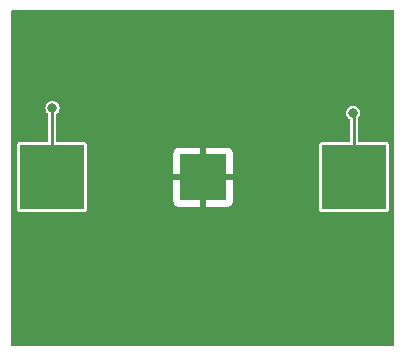
<source format=gbr>
%TF.GenerationSoftware,KiCad,Pcbnew,(6.0.11)*%
%TF.CreationDate,2023-09-04T13:57:39-04:00*%
%TF.ProjectId,BlinkyProject,426c696e-6b79-4507-926f-6a6563742e6b,rev?*%
%TF.SameCoordinates,Original*%
%TF.FileFunction,Copper,L2,Bot*%
%TF.FilePolarity,Positive*%
%FSLAX46Y46*%
G04 Gerber Fmt 4.6, Leading zero omitted, Abs format (unit mm)*
G04 Created by KiCad (PCBNEW (6.0.11)) date 2023-09-04 13:57:39*
%MOMM*%
%LPD*%
G01*
G04 APERTURE LIST*
%TA.AperFunction,SMDPad,CuDef*%
%ADD10R,5.500000X5.500000*%
%TD*%
%TA.AperFunction,SMDPad,CuDef*%
%ADD11R,4.000000X4.000000*%
%TD*%
%TA.AperFunction,ViaPad*%
%ADD12C,0.800000*%
%TD*%
%TA.AperFunction,Conductor*%
%ADD13C,0.250000*%
%TD*%
G04 APERTURE END LIST*
D10*
%TO.P,BT1,1,+*%
%TO.N,/VDD*%
X153475000Y-121005000D03*
X179075000Y-121005000D03*
D11*
%TO.P,BT1,2,-*%
%TO.N,GND*%
X166275000Y-121005000D03*
%TD*%
D12*
%TO.N,/VDD*%
X153525000Y-115155000D03*
X178975000Y-115555000D03*
%TO.N,GND*%
X159525000Y-128955000D03*
X163775000Y-116805000D03*
X159525000Y-114405000D03*
%TD*%
D13*
%TO.N,/VDD*%
X153475000Y-115205000D02*
X153525000Y-115155000D01*
X179075000Y-115655000D02*
X178975000Y-115555000D01*
X153475000Y-121005000D02*
X153475000Y-115205000D01*
X179075000Y-121005000D02*
X179075000Y-115655000D01*
%TD*%
%TA.AperFunction,Conductor*%
%TO.N,GND*%
G36*
X182417539Y-106875185D02*
G01*
X182463294Y-106927989D01*
X182474500Y-106979500D01*
X182474500Y-135180500D01*
X182454815Y-135247539D01*
X182402011Y-135293294D01*
X182350500Y-135304500D01*
X150149500Y-135304500D01*
X150082461Y-135284815D01*
X150036706Y-135232011D01*
X150025500Y-135180500D01*
X150025500Y-123774748D01*
X150524500Y-123774748D01*
X150536133Y-123833231D01*
X150580448Y-123899552D01*
X150646769Y-123943867D01*
X150658745Y-123946249D01*
X150658747Y-123946250D01*
X150677326Y-123949945D01*
X150705252Y-123955500D01*
X156244748Y-123955500D01*
X156272674Y-123949945D01*
X156291253Y-123946250D01*
X156291255Y-123946249D01*
X156303231Y-123943867D01*
X156369552Y-123899552D01*
X156413867Y-123833231D01*
X156425500Y-123774748D01*
X176124500Y-123774748D01*
X176136133Y-123833231D01*
X176180448Y-123899552D01*
X176246769Y-123943867D01*
X176258745Y-123946249D01*
X176258747Y-123946250D01*
X176277326Y-123949945D01*
X176305252Y-123955500D01*
X181844748Y-123955500D01*
X181872674Y-123949945D01*
X181891253Y-123946250D01*
X181891255Y-123946249D01*
X181903231Y-123943867D01*
X181969552Y-123899552D01*
X182013867Y-123833231D01*
X182025500Y-123774748D01*
X182025500Y-118235252D01*
X182013867Y-118176769D01*
X181969552Y-118110448D01*
X181903231Y-118066133D01*
X181891255Y-118063751D01*
X181891253Y-118063750D01*
X181872674Y-118060055D01*
X181844748Y-118054500D01*
X179524500Y-118054500D01*
X179457461Y-118034815D01*
X179411706Y-117982011D01*
X179400500Y-117930500D01*
X179400500Y-116029000D01*
X179420185Y-115961961D01*
X179426124Y-115953514D01*
X179494589Y-115864288D01*
X179499536Y-115857841D01*
X179502646Y-115850333D01*
X179556934Y-115719271D01*
X179556935Y-115719269D01*
X179560044Y-115711762D01*
X179580682Y-115555000D01*
X179560044Y-115398238D01*
X179524225Y-115311762D01*
X179502646Y-115259667D01*
X179499536Y-115252159D01*
X179431167Y-115163059D01*
X179408229Y-115133165D01*
X179403282Y-115126718D01*
X179277841Y-115030464D01*
X179200041Y-114998238D01*
X179139271Y-114973066D01*
X179139269Y-114973065D01*
X179131762Y-114969956D01*
X178975000Y-114949318D01*
X178818238Y-114969956D01*
X178810731Y-114973065D01*
X178810729Y-114973066D01*
X178749959Y-114998238D01*
X178672159Y-115030464D01*
X178546718Y-115126718D01*
X178541771Y-115133165D01*
X178518833Y-115163059D01*
X178450464Y-115252159D01*
X178447354Y-115259667D01*
X178425776Y-115311762D01*
X178389956Y-115398238D01*
X178369318Y-115555000D01*
X178389956Y-115711762D01*
X178393065Y-115719269D01*
X178393066Y-115719271D01*
X178447354Y-115850333D01*
X178450464Y-115857841D01*
X178546718Y-115983282D01*
X178672159Y-116079536D01*
X178679667Y-116082646D01*
X178686706Y-116086710D01*
X178685037Y-116089600D01*
X178727365Y-116123719D01*
X178749500Y-116194426D01*
X178749500Y-117930500D01*
X178729815Y-117997539D01*
X178677011Y-118043294D01*
X178625500Y-118054500D01*
X176305252Y-118054500D01*
X176277326Y-118060055D01*
X176258747Y-118063750D01*
X176258745Y-118063751D01*
X176246769Y-118066133D01*
X176180448Y-118110448D01*
X176136133Y-118176769D01*
X176124500Y-118235252D01*
X176124500Y-123774748D01*
X156425500Y-123774748D01*
X156425500Y-123049726D01*
X163767001Y-123049726D01*
X163767364Y-123056431D01*
X163772908Y-123107477D01*
X163776478Y-123122488D01*
X163821727Y-123243190D01*
X163830126Y-123258532D01*
X163906798Y-123360835D01*
X163919165Y-123373202D01*
X164021468Y-123449874D01*
X164036810Y-123458273D01*
X164157515Y-123503524D01*
X164172518Y-123507091D01*
X164223573Y-123512637D01*
X164230271Y-123513000D01*
X166003170Y-123513000D01*
X166018169Y-123508596D01*
X166019356Y-123507226D01*
X166021000Y-123499668D01*
X166021000Y-123495169D01*
X166529000Y-123495169D01*
X166533404Y-123510168D01*
X166534774Y-123511355D01*
X166542332Y-123512999D01*
X168319726Y-123512999D01*
X168326431Y-123512636D01*
X168377477Y-123507092D01*
X168392488Y-123503522D01*
X168513190Y-123458273D01*
X168528532Y-123449874D01*
X168630835Y-123373202D01*
X168643202Y-123360835D01*
X168719874Y-123258532D01*
X168728273Y-123243190D01*
X168773524Y-123122485D01*
X168777091Y-123107482D01*
X168782637Y-123056427D01*
X168783000Y-123049729D01*
X168783000Y-121276830D01*
X168778596Y-121261831D01*
X168777226Y-121260644D01*
X168769668Y-121259000D01*
X166546830Y-121259000D01*
X166531831Y-121263404D01*
X166530644Y-121264774D01*
X166529000Y-121272332D01*
X166529000Y-123495169D01*
X166021000Y-123495169D01*
X166021000Y-121276830D01*
X166016596Y-121261831D01*
X166015226Y-121260644D01*
X166007668Y-121259000D01*
X163784831Y-121259000D01*
X163769832Y-121263404D01*
X163768645Y-121264774D01*
X163767001Y-121272332D01*
X163767001Y-123049726D01*
X156425500Y-123049726D01*
X156425500Y-120733170D01*
X163767000Y-120733170D01*
X163771404Y-120748169D01*
X163772774Y-120749356D01*
X163780332Y-120751000D01*
X166003170Y-120751000D01*
X166018169Y-120746596D01*
X166019356Y-120745226D01*
X166021000Y-120737668D01*
X166021000Y-120733170D01*
X166529000Y-120733170D01*
X166533404Y-120748169D01*
X166534774Y-120749356D01*
X166542332Y-120751000D01*
X168765169Y-120751000D01*
X168780168Y-120746596D01*
X168781355Y-120745226D01*
X168782999Y-120737668D01*
X168782999Y-118960274D01*
X168782636Y-118953569D01*
X168777092Y-118902523D01*
X168773522Y-118887512D01*
X168728273Y-118766810D01*
X168719874Y-118751468D01*
X168643202Y-118649165D01*
X168630835Y-118636798D01*
X168528532Y-118560126D01*
X168513190Y-118551727D01*
X168392485Y-118506476D01*
X168377482Y-118502909D01*
X168326427Y-118497363D01*
X168319729Y-118497000D01*
X166546830Y-118497000D01*
X166531831Y-118501404D01*
X166530644Y-118502774D01*
X166529000Y-118510332D01*
X166529000Y-120733170D01*
X166021000Y-120733170D01*
X166021000Y-118514831D01*
X166016596Y-118499832D01*
X166015226Y-118498645D01*
X166007668Y-118497001D01*
X164230274Y-118497001D01*
X164223569Y-118497364D01*
X164172523Y-118502908D01*
X164157512Y-118506478D01*
X164036810Y-118551727D01*
X164021468Y-118560126D01*
X163919165Y-118636798D01*
X163906798Y-118649165D01*
X163830126Y-118751468D01*
X163821727Y-118766810D01*
X163776476Y-118887515D01*
X163772909Y-118902518D01*
X163767363Y-118953573D01*
X163767000Y-118960271D01*
X163767000Y-120733170D01*
X156425500Y-120733170D01*
X156425500Y-118235252D01*
X156413867Y-118176769D01*
X156369552Y-118110448D01*
X156303231Y-118066133D01*
X156291255Y-118063751D01*
X156291253Y-118063750D01*
X156272674Y-118060055D01*
X156244748Y-118054500D01*
X153924500Y-118054500D01*
X153857461Y-118034815D01*
X153811706Y-117982011D01*
X153800500Y-117930500D01*
X153800500Y-115761665D01*
X153820185Y-115694626D01*
X153849013Y-115663290D01*
X153953282Y-115583282D01*
X153974984Y-115555000D01*
X154044589Y-115464288D01*
X154049536Y-115457841D01*
X154070886Y-115406297D01*
X154106934Y-115319271D01*
X154106935Y-115319269D01*
X154110044Y-115311762D01*
X154130682Y-115155000D01*
X154110044Y-114998238D01*
X154099618Y-114973066D01*
X154052646Y-114859667D01*
X154049536Y-114852159D01*
X153953282Y-114726718D01*
X153827841Y-114630464D01*
X153820333Y-114627354D01*
X153689271Y-114573066D01*
X153689269Y-114573065D01*
X153681762Y-114569956D01*
X153525000Y-114549318D01*
X153368238Y-114569956D01*
X153360731Y-114573065D01*
X153360729Y-114573066D01*
X153229667Y-114627354D01*
X153222159Y-114630464D01*
X153096718Y-114726718D01*
X153000464Y-114852159D01*
X152997354Y-114859667D01*
X152950383Y-114973066D01*
X152939956Y-114998238D01*
X152919318Y-115155000D01*
X152939956Y-115311762D01*
X152943065Y-115319269D01*
X152943066Y-115319271D01*
X152979114Y-115406297D01*
X153000464Y-115457841D01*
X153005411Y-115464288D01*
X153075017Y-115555000D01*
X153096718Y-115583282D01*
X153103165Y-115588229D01*
X153108913Y-115593977D01*
X153107463Y-115595427D01*
X153142189Y-115642986D01*
X153149500Y-115684933D01*
X153149500Y-117930500D01*
X153129815Y-117997539D01*
X153077011Y-118043294D01*
X153025500Y-118054500D01*
X150705252Y-118054500D01*
X150677326Y-118060055D01*
X150658747Y-118063750D01*
X150658745Y-118063751D01*
X150646769Y-118066133D01*
X150580448Y-118110448D01*
X150536133Y-118176769D01*
X150524500Y-118235252D01*
X150524500Y-123774748D01*
X150025500Y-123774748D01*
X150025500Y-106979500D01*
X150045185Y-106912461D01*
X150097989Y-106866706D01*
X150149500Y-106855500D01*
X182350500Y-106855500D01*
X182417539Y-106875185D01*
G37*
%TD.AperFunction*%
%TD*%
M02*

</source>
